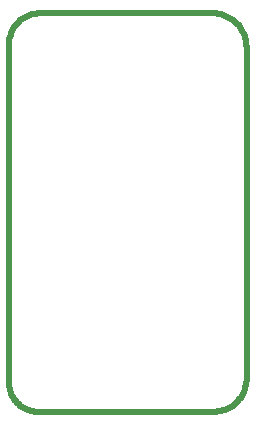
<source format=gko>
%FSTAX23Y23*%
%MOIN*%
%SFA1B1*%

%IPPOS*%
%ADD68C,0.019680*%
%LNusb2uart-1*%
%LPD*%
G54D68*
X00221Y01325D02*
D01*
X00213Y01324*
X00206Y01323*
X00199Y01322*
X00191Y0132*
X00184Y01318*
X00178Y01315*
X00171Y01312*
X00164Y01308*
X00158Y01304*
X00152Y013*
X00147Y01295*
X00142Y01289*
X00137Y01284*
X00133Y01278*
X00129Y01271*
X00125Y01265*
X00122Y01258*
X0012Y01251*
X00118Y01244*
X00116Y01237*
X00115Y01229*
X00115Y01222*
X00115Y01218*
Y00093D02*
D01*
X00115Y00087*
X00115Y0008*
X00117Y00073*
X00118Y00066*
X0012Y0006*
X00123Y00053*
X00126Y00047*
X0013Y00041*
X00133Y00035*
X00138Y0003*
X00142Y00025*
X00147Y0002*
X00153Y00015*
X00158Y00011*
X00164Y00008*
X0017Y00005*
X00176Y00002*
X00183Y0*
X00189Y-00002*
X00196Y-00003*
X00203Y-00004*
X0021Y-00004*
X00213Y-00005*
X00907Y0121D02*
D01*
X00906Y01218*
X00906Y01226*
X00904Y01234*
X00902Y01241*
X009Y01249*
X00897Y01256*
X00893Y01264*
X00889Y01271*
X00885Y01277*
X0088Y01284*
X00874Y01289*
X00869Y01295*
X00863Y013*
X00856Y01305*
X00849Y01309*
X00842Y01313*
X00835Y01316*
X00827Y01319*
X0082Y01321*
X00812Y01323*
X00804Y01324*
X00796Y01324*
X00792Y01325*
X00797Y-00005D02*
D01*
X00805Y-00004*
X00812Y-00003*
X0082Y-00002*
X00827Y0*
X00834Y00001*
X00842Y00004*
X00848Y00007*
X00855Y00011*
X00861Y00015*
X00867Y0002*
X00873Y00025*
X00878Y00031*
X00883Y00037*
X00888Y00043*
X00892Y00049*
X00896Y00056*
X00899Y00063*
X00901Y0007*
X00903Y00078*
X00905Y00085*
X00906Y00093*
X00907Y001*
X00907Y00104*
X00115Y00093D02*
Y01218D01*
X00792Y01325D02*
X00221D01*
X00797Y-00005D02*
X00213D01*
X00907Y00104D02*
Y0121D01*
M02*
</source>
